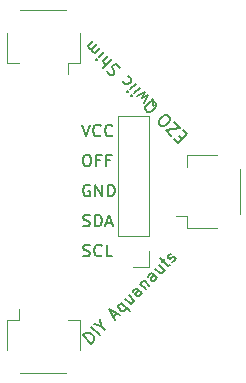
<source format=gbr>
%TF.GenerationSoftware,KiCad,Pcbnew,(6.99.0-2504-g6a9c6e8599)*%
%TF.CreationDate,2023-09-08T01:08:47-07:00*%
%TF.ProjectId,EZO_Qwiic,455a4f5f-5177-4696-9963-2e6b69636164,rev?*%
%TF.SameCoordinates,Original*%
%TF.FileFunction,Legend,Top*%
%TF.FilePolarity,Positive*%
%FSLAX46Y46*%
G04 Gerber Fmt 4.6, Leading zero omitted, Abs format (unit mm)*
G04 Created by KiCad (PCBNEW (6.99.0-2504-g6a9c6e8599)) date 2023-09-08 01:08:47*
%MOMM*%
%LPD*%
G01*
G04 APERTURE LIST*
%ADD10C,0.150000*%
%ADD11C,0.120000*%
G04 APERTURE END LIST*
D10*
X153225476Y-89269761D02*
X153368333Y-89317380D01*
X153368333Y-89317380D02*
X153606428Y-89317380D01*
X153606428Y-89317380D02*
X153701666Y-89269761D01*
X153701666Y-89269761D02*
X153749285Y-89222142D01*
X153749285Y-89222142D02*
X153796904Y-89126904D01*
X153796904Y-89126904D02*
X153796904Y-89031666D01*
X153796904Y-89031666D02*
X153749285Y-88936428D01*
X153749285Y-88936428D02*
X153701666Y-88888809D01*
X153701666Y-88888809D02*
X153606428Y-88841190D01*
X153606428Y-88841190D02*
X153415952Y-88793571D01*
X153415952Y-88793571D02*
X153320714Y-88745952D01*
X153320714Y-88745952D02*
X153273095Y-88698333D01*
X153273095Y-88698333D02*
X153225476Y-88603095D01*
X153225476Y-88603095D02*
X153225476Y-88507857D01*
X153225476Y-88507857D02*
X153273095Y-88412619D01*
X153273095Y-88412619D02*
X153320714Y-88365000D01*
X153320714Y-88365000D02*
X153415952Y-88317380D01*
X153415952Y-88317380D02*
X153654047Y-88317380D01*
X153654047Y-88317380D02*
X153796904Y-88365000D01*
X154796904Y-89222142D02*
X154749285Y-89269761D01*
X154749285Y-89269761D02*
X154606428Y-89317380D01*
X154606428Y-89317380D02*
X154511190Y-89317380D01*
X154511190Y-89317380D02*
X154368333Y-89269761D01*
X154368333Y-89269761D02*
X154273095Y-89174523D01*
X154273095Y-89174523D02*
X154225476Y-89079285D01*
X154225476Y-89079285D02*
X154177857Y-88888809D01*
X154177857Y-88888809D02*
X154177857Y-88745952D01*
X154177857Y-88745952D02*
X154225476Y-88555476D01*
X154225476Y-88555476D02*
X154273095Y-88460238D01*
X154273095Y-88460238D02*
X154368333Y-88365000D01*
X154368333Y-88365000D02*
X154511190Y-88317380D01*
X154511190Y-88317380D02*
X154606428Y-88317380D01*
X154606428Y-88317380D02*
X154749285Y-88365000D01*
X154749285Y-88365000D02*
X154796904Y-88412619D01*
X155701666Y-89317380D02*
X155225476Y-89317380D01*
X155225476Y-89317380D02*
X155225476Y-88317380D01*
X153225476Y-86729761D02*
X153368333Y-86777380D01*
X153368333Y-86777380D02*
X153606428Y-86777380D01*
X153606428Y-86777380D02*
X153701666Y-86729761D01*
X153701666Y-86729761D02*
X153749285Y-86682142D01*
X153749285Y-86682142D02*
X153796904Y-86586904D01*
X153796904Y-86586904D02*
X153796904Y-86491666D01*
X153796904Y-86491666D02*
X153749285Y-86396428D01*
X153749285Y-86396428D02*
X153701666Y-86348809D01*
X153701666Y-86348809D02*
X153606428Y-86301190D01*
X153606428Y-86301190D02*
X153415952Y-86253571D01*
X153415952Y-86253571D02*
X153320714Y-86205952D01*
X153320714Y-86205952D02*
X153273095Y-86158333D01*
X153273095Y-86158333D02*
X153225476Y-86063095D01*
X153225476Y-86063095D02*
X153225476Y-85967857D01*
X153225476Y-85967857D02*
X153273095Y-85872619D01*
X153273095Y-85872619D02*
X153320714Y-85825000D01*
X153320714Y-85825000D02*
X153415952Y-85777380D01*
X153415952Y-85777380D02*
X153654047Y-85777380D01*
X153654047Y-85777380D02*
X153796904Y-85825000D01*
X154225476Y-86777380D02*
X154225476Y-85777380D01*
X154225476Y-85777380D02*
X154463571Y-85777380D01*
X154463571Y-85777380D02*
X154606428Y-85825000D01*
X154606428Y-85825000D02*
X154701666Y-85920238D01*
X154701666Y-85920238D02*
X154749285Y-86015476D01*
X154749285Y-86015476D02*
X154796904Y-86205952D01*
X154796904Y-86205952D02*
X154796904Y-86348809D01*
X154796904Y-86348809D02*
X154749285Y-86539285D01*
X154749285Y-86539285D02*
X154701666Y-86634523D01*
X154701666Y-86634523D02*
X154606428Y-86729761D01*
X154606428Y-86729761D02*
X154463571Y-86777380D01*
X154463571Y-86777380D02*
X154225476Y-86777380D01*
X155177857Y-86491666D02*
X155654047Y-86491666D01*
X155082619Y-86777380D02*
X155415952Y-85777380D01*
X155415952Y-85777380D02*
X155749285Y-86777380D01*
X153796904Y-83285000D02*
X153701666Y-83237380D01*
X153701666Y-83237380D02*
X153558809Y-83237380D01*
X153558809Y-83237380D02*
X153415952Y-83285000D01*
X153415952Y-83285000D02*
X153320714Y-83380238D01*
X153320714Y-83380238D02*
X153273095Y-83475476D01*
X153273095Y-83475476D02*
X153225476Y-83665952D01*
X153225476Y-83665952D02*
X153225476Y-83808809D01*
X153225476Y-83808809D02*
X153273095Y-83999285D01*
X153273095Y-83999285D02*
X153320714Y-84094523D01*
X153320714Y-84094523D02*
X153415952Y-84189761D01*
X153415952Y-84189761D02*
X153558809Y-84237380D01*
X153558809Y-84237380D02*
X153654047Y-84237380D01*
X153654047Y-84237380D02*
X153796904Y-84189761D01*
X153796904Y-84189761D02*
X153844523Y-84142142D01*
X153844523Y-84142142D02*
X153844523Y-83808809D01*
X153844523Y-83808809D02*
X153654047Y-83808809D01*
X154273095Y-84237380D02*
X154273095Y-83237380D01*
X154273095Y-83237380D02*
X154844523Y-84237380D01*
X154844523Y-84237380D02*
X154844523Y-83237380D01*
X155320714Y-84237380D02*
X155320714Y-83237380D01*
X155320714Y-83237380D02*
X155558809Y-83237380D01*
X155558809Y-83237380D02*
X155701666Y-83285000D01*
X155701666Y-83285000D02*
X155796904Y-83380238D01*
X155796904Y-83380238D02*
X155844523Y-83475476D01*
X155844523Y-83475476D02*
X155892142Y-83665952D01*
X155892142Y-83665952D02*
X155892142Y-83808809D01*
X155892142Y-83808809D02*
X155844523Y-83999285D01*
X155844523Y-83999285D02*
X155796904Y-84094523D01*
X155796904Y-84094523D02*
X155701666Y-84189761D01*
X155701666Y-84189761D02*
X155558809Y-84237380D01*
X155558809Y-84237380D02*
X155320714Y-84237380D01*
X153463571Y-80697380D02*
X153654047Y-80697380D01*
X153654047Y-80697380D02*
X153749285Y-80745000D01*
X153749285Y-80745000D02*
X153844523Y-80840238D01*
X153844523Y-80840238D02*
X153892142Y-81030714D01*
X153892142Y-81030714D02*
X153892142Y-81364047D01*
X153892142Y-81364047D02*
X153844523Y-81554523D01*
X153844523Y-81554523D02*
X153749285Y-81649761D01*
X153749285Y-81649761D02*
X153654047Y-81697380D01*
X153654047Y-81697380D02*
X153463571Y-81697380D01*
X153463571Y-81697380D02*
X153368333Y-81649761D01*
X153368333Y-81649761D02*
X153273095Y-81554523D01*
X153273095Y-81554523D02*
X153225476Y-81364047D01*
X153225476Y-81364047D02*
X153225476Y-81030714D01*
X153225476Y-81030714D02*
X153273095Y-80840238D01*
X153273095Y-80840238D02*
X153368333Y-80745000D01*
X153368333Y-80745000D02*
X153463571Y-80697380D01*
X154654047Y-81173571D02*
X154320714Y-81173571D01*
X154320714Y-81697380D02*
X154320714Y-80697380D01*
X154320714Y-80697380D02*
X154796904Y-80697380D01*
X155511190Y-81173571D02*
X155177857Y-81173571D01*
X155177857Y-81697380D02*
X155177857Y-80697380D01*
X155177857Y-80697380D02*
X155654047Y-80697380D01*
X153130238Y-78157380D02*
X153463571Y-79157380D01*
X153463571Y-79157380D02*
X153796904Y-78157380D01*
X154701666Y-79062142D02*
X154654047Y-79109761D01*
X154654047Y-79109761D02*
X154511190Y-79157380D01*
X154511190Y-79157380D02*
X154415952Y-79157380D01*
X154415952Y-79157380D02*
X154273095Y-79109761D01*
X154273095Y-79109761D02*
X154177857Y-79014523D01*
X154177857Y-79014523D02*
X154130238Y-78919285D01*
X154130238Y-78919285D02*
X154082619Y-78728809D01*
X154082619Y-78728809D02*
X154082619Y-78585952D01*
X154082619Y-78585952D02*
X154130238Y-78395476D01*
X154130238Y-78395476D02*
X154177857Y-78300238D01*
X154177857Y-78300238D02*
X154273095Y-78205000D01*
X154273095Y-78205000D02*
X154415952Y-78157380D01*
X154415952Y-78157380D02*
X154511190Y-78157380D01*
X154511190Y-78157380D02*
X154654047Y-78205000D01*
X154654047Y-78205000D02*
X154701666Y-78252619D01*
X155701666Y-79062142D02*
X155654047Y-79109761D01*
X155654047Y-79109761D02*
X155511190Y-79157380D01*
X155511190Y-79157380D02*
X155415952Y-79157380D01*
X155415952Y-79157380D02*
X155273095Y-79109761D01*
X155273095Y-79109761D02*
X155177857Y-79014523D01*
X155177857Y-79014523D02*
X155130238Y-78919285D01*
X155130238Y-78919285D02*
X155082619Y-78728809D01*
X155082619Y-78728809D02*
X155082619Y-78585952D01*
X155082619Y-78585952D02*
X155130238Y-78395476D01*
X155130238Y-78395476D02*
X155177857Y-78300238D01*
X155177857Y-78300238D02*
X155273095Y-78205000D01*
X155273095Y-78205000D02*
X155415952Y-78157380D01*
X155415952Y-78157380D02*
X155511190Y-78157380D01*
X155511190Y-78157380D02*
X155654047Y-78205000D01*
X155654047Y-78205000D02*
X155701666Y-78252619D01*
X161613372Y-79349910D02*
X161377669Y-79114208D01*
X161647043Y-78642803D02*
X161983761Y-78979521D01*
X161983761Y-78979521D02*
X161276654Y-79686627D01*
X161276654Y-79686627D02*
X160939937Y-79349910D01*
X160704234Y-79114208D02*
X160232830Y-78642803D01*
X160232830Y-78642803D02*
X161411341Y-78407101D01*
X161411341Y-78407101D02*
X160939936Y-77935696D01*
X159828769Y-78238742D02*
X159694082Y-78104055D01*
X159694082Y-78104055D02*
X159660410Y-78003040D01*
X159660410Y-78003040D02*
X159660410Y-77868353D01*
X159660410Y-77868353D02*
X159761425Y-77699994D01*
X159761425Y-77699994D02*
X159997127Y-77464292D01*
X159997127Y-77464292D02*
X160165486Y-77363276D01*
X160165486Y-77363276D02*
X160300173Y-77363276D01*
X160300173Y-77363276D02*
X160401188Y-77396948D01*
X160401188Y-77396948D02*
X160535875Y-77531635D01*
X160535875Y-77531635D02*
X160569547Y-77632650D01*
X160569547Y-77632650D02*
X160569547Y-77767337D01*
X160569547Y-77767337D02*
X160468532Y-77935696D01*
X160468532Y-77935696D02*
X160232830Y-78171399D01*
X160232830Y-78171399D02*
X160064471Y-78272414D01*
X160064471Y-78272414D02*
X159929784Y-78272414D01*
X159929784Y-78272414D02*
X159828769Y-78238742D01*
X159101459Y-75962532D02*
X159135131Y-76063547D01*
X159135131Y-76063547D02*
X159135131Y-76198234D01*
X159135131Y-76198234D02*
X159135131Y-76400264D01*
X159135131Y-76400264D02*
X159168802Y-76501280D01*
X159168802Y-76501280D02*
X159236146Y-76568623D01*
X159370833Y-76366593D02*
X159404505Y-76467608D01*
X159404505Y-76467608D02*
X159404505Y-76602295D01*
X159404505Y-76602295D02*
X159303489Y-76770654D01*
X159303489Y-76770654D02*
X159067787Y-77006356D01*
X159067787Y-77006356D02*
X158899428Y-77107371D01*
X158899428Y-77107371D02*
X158764741Y-77107371D01*
X158764741Y-77107371D02*
X158663726Y-77073699D01*
X158663726Y-77073699D02*
X158529039Y-76939012D01*
X158529039Y-76939012D02*
X158495367Y-76837997D01*
X158495367Y-76837997D02*
X158495367Y-76703310D01*
X158495367Y-76703310D02*
X158596383Y-76534951D01*
X158596383Y-76534951D02*
X158832085Y-76299249D01*
X158832085Y-76299249D02*
X159000444Y-76198234D01*
X159000444Y-76198234D02*
X159135131Y-76198234D01*
X159135131Y-76198234D02*
X159236146Y-76231906D01*
X159236146Y-76231906D02*
X159370833Y-76366593D01*
X158360680Y-76299249D02*
X158697398Y-75693158D01*
X158697398Y-75693158D02*
X158225993Y-75895188D01*
X158225993Y-75895188D02*
X158428024Y-75423784D01*
X158428024Y-75423784D02*
X157821932Y-75760501D01*
X158023963Y-75019723D02*
X157552558Y-75491127D01*
X157316856Y-75726829D02*
X157384200Y-75726829D01*
X157384200Y-75726829D02*
X157384200Y-75659486D01*
X157384200Y-75659486D02*
X157316856Y-75659486D01*
X157316856Y-75659486D02*
X157316856Y-75726829D01*
X157316856Y-75726829D02*
X157384200Y-75659486D01*
X157687246Y-74683005D02*
X157215841Y-75154410D01*
X156980139Y-75390112D02*
X157047482Y-75390112D01*
X157047482Y-75390112D02*
X157047482Y-75322769D01*
X157047482Y-75322769D02*
X156980139Y-75322769D01*
X156980139Y-75322769D02*
X156980139Y-75390112D01*
X156980139Y-75390112D02*
X157047482Y-75322769D01*
X157013811Y-74076914D02*
X157114826Y-74110586D01*
X157114826Y-74110586D02*
X157249513Y-74245273D01*
X157249513Y-74245273D02*
X157283185Y-74346288D01*
X157283185Y-74346288D02*
X157283185Y-74413632D01*
X157283185Y-74413632D02*
X157249513Y-74514647D01*
X157249513Y-74514647D02*
X157047483Y-74716678D01*
X157047483Y-74716678D02*
X156946467Y-74750349D01*
X156946467Y-74750349D02*
X156879124Y-74750349D01*
X156879124Y-74750349D02*
X156778109Y-74716678D01*
X156778109Y-74716678D02*
X156643422Y-74581991D01*
X156643422Y-74581991D02*
X156609750Y-74480975D01*
X156320173Y-73383276D02*
X156252829Y-73248589D01*
X156252829Y-73248589D02*
X156084471Y-73080230D01*
X156084471Y-73080230D02*
X155983455Y-73046559D01*
X155983455Y-73046559D02*
X155916112Y-73046559D01*
X155916112Y-73046559D02*
X155815097Y-73080230D01*
X155815097Y-73080230D02*
X155747753Y-73147574D01*
X155747753Y-73147574D02*
X155714081Y-73248589D01*
X155714081Y-73248589D02*
X155714081Y-73315933D01*
X155714081Y-73315933D02*
X155747753Y-73416948D01*
X155747753Y-73416948D02*
X155848768Y-73585307D01*
X155848768Y-73585307D02*
X155882440Y-73686322D01*
X155882440Y-73686322D02*
X155882440Y-73753665D01*
X155882440Y-73753665D02*
X155848768Y-73854681D01*
X155848768Y-73854681D02*
X155781425Y-73922024D01*
X155781425Y-73922024D02*
X155680410Y-73955696D01*
X155680410Y-73955696D02*
X155613066Y-73955696D01*
X155613066Y-73955696D02*
X155512051Y-73922024D01*
X155512051Y-73922024D02*
X155343692Y-73753665D01*
X155343692Y-73753665D02*
X155276349Y-73618978D01*
X155646738Y-72642498D02*
X154939631Y-73349604D01*
X155343692Y-72339452D02*
X154973303Y-72709841D01*
X154973303Y-72709841D02*
X154939631Y-72810856D01*
X154939631Y-72810856D02*
X154973303Y-72911872D01*
X154973303Y-72911872D02*
X155074318Y-73012887D01*
X155074318Y-73012887D02*
X155175333Y-73046559D01*
X155175333Y-73046559D02*
X155242677Y-73046559D01*
X155006974Y-72002734D02*
X154535570Y-72474139D01*
X154299868Y-72709841D02*
X154367211Y-72709841D01*
X154367211Y-72709841D02*
X154367211Y-72642497D01*
X154367211Y-72642497D02*
X154299868Y-72642497D01*
X154299868Y-72642497D02*
X154299868Y-72709841D01*
X154299868Y-72709841D02*
X154367211Y-72642497D01*
X154670257Y-71666017D02*
X154198853Y-72137422D01*
X154266196Y-72070078D02*
X154198853Y-72070078D01*
X154198853Y-72070078D02*
X154097837Y-72036406D01*
X154097837Y-72036406D02*
X153996822Y-71935391D01*
X153996822Y-71935391D02*
X153963150Y-71834376D01*
X153963150Y-71834376D02*
X153996822Y-71733361D01*
X153996822Y-71733361D02*
X154367211Y-71362971D01*
X153996822Y-71733361D02*
X153895807Y-71767032D01*
X153895807Y-71767032D02*
X153794792Y-71733361D01*
X153794792Y-71733361D02*
X153693776Y-71632345D01*
X153693776Y-71632345D02*
X153660105Y-71531330D01*
X153660105Y-71531330D02*
X153693776Y-71430315D01*
X153693776Y-71430315D02*
X154064166Y-71059926D01*
X153938478Y-96705761D02*
X153231372Y-95998654D01*
X153231372Y-95998654D02*
X153399730Y-95830295D01*
X153399730Y-95830295D02*
X153534417Y-95762952D01*
X153534417Y-95762952D02*
X153669104Y-95762952D01*
X153669104Y-95762952D02*
X153770120Y-95796624D01*
X153770120Y-95796624D02*
X153938478Y-95897639D01*
X153938478Y-95897639D02*
X154039494Y-95998654D01*
X154039494Y-95998654D02*
X154140509Y-96167013D01*
X154140509Y-96167013D02*
X154174181Y-96268028D01*
X154174181Y-96268028D02*
X154174181Y-96402715D01*
X154174181Y-96402715D02*
X154106837Y-96537402D01*
X154106837Y-96537402D02*
X153938478Y-96705761D01*
X154645585Y-95998654D02*
X153938478Y-95291547D01*
X154780272Y-95190532D02*
X155116989Y-95527250D01*
X154174180Y-95055845D02*
X154780272Y-95190532D01*
X154780272Y-95190532D02*
X154645585Y-94584441D01*
X155776956Y-94463222D02*
X156113673Y-94126505D01*
X155911643Y-94732596D02*
X155440238Y-93789787D01*
X155440238Y-93789787D02*
X156383047Y-94261192D01*
X156450391Y-93251039D02*
X157157498Y-93958146D01*
X156888124Y-93688772D02*
X156854452Y-93789787D01*
X156854452Y-93789787D02*
X156719765Y-93924474D01*
X156719765Y-93924474D02*
X156618750Y-93958146D01*
X156618750Y-93958146D02*
X156551406Y-93958146D01*
X156551406Y-93958146D02*
X156450391Y-93924474D01*
X156450391Y-93924474D02*
X156248360Y-93722444D01*
X156248360Y-93722444D02*
X156214689Y-93621429D01*
X156214689Y-93621429D02*
X156214689Y-93554085D01*
X156214689Y-93554085D02*
X156248360Y-93453070D01*
X156248360Y-93453070D02*
X156383047Y-93318383D01*
X156383047Y-93318383D02*
X156484063Y-93284711D01*
X157090154Y-92611276D02*
X157561559Y-93082680D01*
X156787108Y-92914322D02*
X157157498Y-93284711D01*
X157157498Y-93284711D02*
X157258513Y-93318383D01*
X157258513Y-93318383D02*
X157359528Y-93284711D01*
X157359528Y-93284711D02*
X157460543Y-93183696D01*
X157460543Y-93183696D02*
X157494215Y-93082680D01*
X157494215Y-93082680D02*
X157494215Y-93015337D01*
X158201322Y-92442917D02*
X157830933Y-92072528D01*
X157830933Y-92072528D02*
X157729918Y-92038856D01*
X157729918Y-92038856D02*
X157628902Y-92072528D01*
X157628902Y-92072528D02*
X157494215Y-92207215D01*
X157494215Y-92207215D02*
X157460544Y-92308230D01*
X158167650Y-92409245D02*
X158133979Y-92510261D01*
X158133979Y-92510261D02*
X157965620Y-92678619D01*
X157965620Y-92678619D02*
X157864605Y-92712291D01*
X157864605Y-92712291D02*
X157763589Y-92678619D01*
X157763589Y-92678619D02*
X157696246Y-92611276D01*
X157696246Y-92611276D02*
X157662574Y-92510261D01*
X157662574Y-92510261D02*
X157696246Y-92409245D01*
X157696246Y-92409245D02*
X157864605Y-92240887D01*
X157864605Y-92240887D02*
X157898276Y-92139871D01*
X158066635Y-91634795D02*
X158538040Y-92106200D01*
X158133979Y-91702139D02*
X158133979Y-91634795D01*
X158133979Y-91634795D02*
X158167650Y-91533780D01*
X158167650Y-91533780D02*
X158268666Y-91432764D01*
X158268666Y-91432764D02*
X158369681Y-91399093D01*
X158369681Y-91399093D02*
X158470696Y-91432764D01*
X158470696Y-91432764D02*
X158841085Y-91803154D01*
X159480849Y-91163390D02*
X159110460Y-90793001D01*
X159110460Y-90793001D02*
X159009444Y-90759329D01*
X159009444Y-90759329D02*
X158908429Y-90793001D01*
X158908429Y-90793001D02*
X158773742Y-90927688D01*
X158773742Y-90927688D02*
X158740070Y-91028703D01*
X159447177Y-91129719D02*
X159413505Y-91230734D01*
X159413505Y-91230734D02*
X159245147Y-91399093D01*
X159245147Y-91399093D02*
X159144131Y-91432764D01*
X159144131Y-91432764D02*
X159043116Y-91399093D01*
X159043116Y-91399093D02*
X158975773Y-91331749D01*
X158975773Y-91331749D02*
X158942101Y-91230734D01*
X158942101Y-91230734D02*
X158975773Y-91129719D01*
X158975773Y-91129719D02*
X159144131Y-90961360D01*
X159144131Y-90961360D02*
X159177803Y-90860345D01*
X159649208Y-90052223D02*
X160120612Y-90523627D01*
X159346162Y-90355268D02*
X159716551Y-90725658D01*
X159716551Y-90725658D02*
X159817566Y-90759329D01*
X159817566Y-90759329D02*
X159918582Y-90725658D01*
X159918582Y-90725658D02*
X160019597Y-90624642D01*
X160019597Y-90624642D02*
X160053269Y-90523627D01*
X160053269Y-90523627D02*
X160053269Y-90456284D01*
X159884910Y-89816520D02*
X160154284Y-89547146D01*
X159750223Y-89479803D02*
X160356314Y-90085894D01*
X160356314Y-90085894D02*
X160457330Y-90119566D01*
X160457330Y-90119566D02*
X160558345Y-90085894D01*
X160558345Y-90085894D02*
X160625688Y-90018551D01*
X160794048Y-89782848D02*
X160895063Y-89749176D01*
X160895063Y-89749176D02*
X161029750Y-89614489D01*
X161029750Y-89614489D02*
X161063422Y-89513474D01*
X161063422Y-89513474D02*
X161029750Y-89412459D01*
X161029750Y-89412459D02*
X160996078Y-89378787D01*
X160996078Y-89378787D02*
X160895063Y-89345115D01*
X160895063Y-89345115D02*
X160794048Y-89378787D01*
X160794048Y-89378787D02*
X160693032Y-89479802D01*
X160693032Y-89479802D02*
X160592017Y-89513474D01*
X160592017Y-89513474D02*
X160491002Y-89479802D01*
X160491002Y-89479802D02*
X160457330Y-89446131D01*
X160457330Y-89446131D02*
X160423658Y-89345115D01*
X160423658Y-89345115D02*
X160457330Y-89244100D01*
X160457330Y-89244100D02*
X160558345Y-89143085D01*
X160558345Y-89143085D02*
X160659361Y-89109413D01*
D11*
%TO.C,J1*%
X156150000Y-87625000D02*
X156150000Y-77405000D01*
X158810000Y-90225000D02*
X157480000Y-90225000D01*
X158810000Y-87625000D02*
X158810000Y-77405000D01*
X158810000Y-77405000D02*
X156150000Y-77405000D01*
X158810000Y-87625000D02*
X156150000Y-87625000D01*
X158810000Y-88895000D02*
X158810000Y-90225000D01*
%TO.C,J4*%
X166515000Y-85760000D02*
X166515000Y-81880000D01*
X164545000Y-86930000D02*
X162045000Y-86930000D01*
X164545000Y-80710000D02*
X162045000Y-80710000D01*
X162045000Y-86930000D02*
X162045000Y-85880000D01*
X162045000Y-80710000D02*
X162045000Y-81760000D01*
X162045000Y-85880000D02*
X161055000Y-85880000D01*
%TO.C,J3*%
X147920000Y-99205000D02*
X151800000Y-99205000D01*
X146750000Y-97235000D02*
X146750000Y-94735000D01*
X152970000Y-97235000D02*
X152970000Y-94735000D01*
X146750000Y-94735000D02*
X147800000Y-94735000D01*
X152970000Y-94735000D02*
X151920000Y-94735000D01*
X147800000Y-94735000D02*
X147800000Y-93745000D01*
%TO.C,J2*%
X151800000Y-68435000D02*
X147920000Y-68435000D01*
X152970000Y-70405000D02*
X152970000Y-72905000D01*
X146750000Y-70405000D02*
X146750000Y-72905000D01*
X152970000Y-72905000D02*
X151920000Y-72905000D01*
X146750000Y-72905000D02*
X147800000Y-72905000D01*
X151920000Y-72905000D02*
X151920000Y-73895000D01*
%TD*%
M02*

</source>
